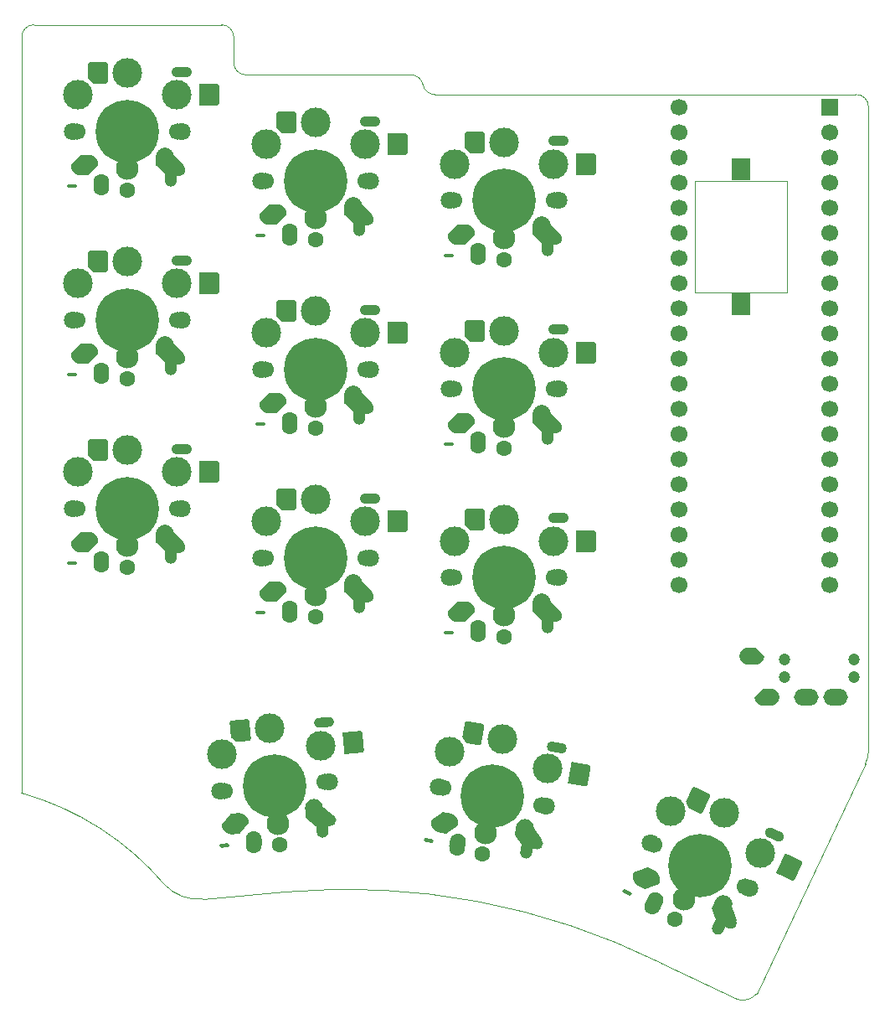
<source format=gbs>
%TF.GenerationSoftware,KiCad,Pcbnew,(7.0.0-0)*%
%TF.CreationDate,2023-05-01T13:28:00-07:00*%
%TF.ProjectId,cantor-master-key,63616e74-6f72-42d6-9d61-737465722d6b,rev1.0*%
%TF.SameCoordinates,PX78114e0PY44b6550*%
%TF.FileFunction,Soldermask,Bot*%
%TF.FilePolarity,Negative*%
%FSLAX46Y46*%
G04 Gerber Fmt 4.6, Leading zero omitted, Abs format (unit mm)*
G04 Created by KiCad (PCBNEW (7.0.0-0)) date 2023-05-01 13:28:00*
%MOMM*%
%LPD*%
G01*
G04 APERTURE LIST*
G04 Aperture macros list*
%AMHorizOval*
0 Thick line with rounded ends*
0 $1 width*
0 $2 $3 position (X,Y) of the first rounded end (center of the circle)*
0 $4 $5 position (X,Y) of the second rounded end (center of the circle)*
0 Add line between two ends*
20,1,$1,$2,$3,$4,$5,0*
0 Add two circle primitives to create the rounded ends*
1,1,$1,$2,$3*
1,1,$1,$4,$5*%
%AMFreePoly0*
4,1,28,-1.000000,0.000000,-0.988573,0.106283,-0.938839,0.239624,-0.853553,0.353553,-0.739624,0.438839,-0.606283,0.488573,-0.500000,0.500000,0.500000,0.500000,0.606283,0.488573,0.739624,0.438839,0.853553,0.353553,0.938839,0.239624,0.988573,0.106283,1.000000,0.000000,0.988573,-0.106283,0.938839,-0.239624,0.853553,-0.353553,0.739624,-0.438839,0.606283,-0.488573,0.500000,-0.500000,
-0.500000,-0.500000,-0.606283,-0.488573,-0.739624,-0.438839,-0.853553,-0.353553,-0.938839,-0.239624,-0.988573,-0.106283,-1.000000,0.000000,-1.000000,0.000000,-1.000000,0.000000,$1*%
%AMFreePoly1*
4,1,22,-1.400000,0.000000,-0.350000,1.050000,0.350000,1.050000,0.554845,1.029825,0.751818,0.970074,0.933349,0.873043,1.092462,0.742462,1.223043,0.583349,1.320074,0.401818,1.379825,0.204845,1.400000,0.000000,0.350000,-1.050000,-0.350000,-1.050000,-0.554845,-1.029825,-0.751818,-0.970074,-0.933349,-0.873043,-1.092462,-0.742462,-1.223043,-0.583349,-1.320074,-0.401818,-1.379825,-0.204845,
-1.400000,0.000000,-1.400000,0.000000,-1.400000,0.000000,$1*%
%AMFreePoly2*
4,1,28,-0.900000,0.000000,-0.888920,0.140791,-0.840222,0.322531,-0.754804,0.490175,-0.636396,0.636396,-0.490175,0.754804,-0.322531,0.840222,-0.140791,0.888920,0.000000,0.900000,0.900000,0.900000,0.900000,0.000000,0.888920,-0.140791,0.840222,-0.322531,0.754804,-0.490175,0.636396,-0.636396,0.490175,-0.754804,0.322531,-0.840222,0.140791,-0.888920,0.000000,-0.900000,-0.140791,-0.888920,
-0.322531,-0.840222,-0.490175,-0.754804,-0.636396,-0.636396,-0.754804,-0.490175,-0.840222,-0.322531,-0.888920,-0.140791,-0.900000,0.000000,-0.900000,0.000000,-0.900000,0.000000,$1*%
%AMFreePoly3*
4,1,22,-1.400000,0.000000,-1.379825,0.204845,-1.320074,0.401818,-1.223043,0.583349,-1.092462,0.742462,-0.933349,0.873043,-0.751818,0.970074,-0.554845,1.029825,-0.350000,1.050000,0.350000,1.050000,1.400000,0.000000,1.379825,-0.204845,1.320074,-0.401818,1.223043,-0.583349,1.092462,-0.742462,0.933349,-0.873043,0.751818,-0.970074,0.554845,-1.029825,0.350000,-1.050000,-0.350000,-1.050000,
-1.400000,0.000000,-1.400000,0.000000,-1.400000,0.000000,$1*%
%AMFreePoly4*
4,1,17,-0.900000,0.000000,-0.879555,0.155291,-0.819615,0.300000,-0.724264,0.424264,-0.600000,0.519615,-0.455291,0.579555,-0.300000,0.600000,0.900000,0.600000,0.900000,-0.600000,-0.300000,-0.600000,-0.455291,-0.579555,-0.600000,-0.519615,-0.724264,-0.424264,-0.819615,-0.300000,-0.879555,-0.155291,-0.900000,0.000000,-0.900000,0.000000,-0.900000,0.000000,$1*%
%AMFreePoly5*
4,1,13,-1.000000,1.100000,0.760000,1.100000,0.851844,1.081731,0.929706,1.029706,0.981731,0.951844,1.000000,0.860000,1.000000,-0.860000,0.981731,-0.951844,0.929706,-1.029706,0.851844,-1.081731,0.760000,-1.100000,-1.000000,-1.100000,-1.000000,1.100000,-1.000000,1.100000,$1*%
%AMFreePoly6*
4,1,18,-1.000000,0.860000,-0.981731,0.951844,-0.929706,1.029706,-0.851844,1.081731,-0.760000,1.100000,0.760000,1.100000,0.851844,1.081731,0.929706,1.029706,0.981731,0.951844,1.000000,0.860000,1.000000,-0.860000,0.981731,-0.951844,0.929706,-1.029706,0.851844,-1.081731,0.760000,-1.100000,-0.500000,-1.100000,-1.000000,-0.600000,-1.000000,0.860000,-1.000000,0.860000,$1*%
%AMFreePoly7*
4,1,21,-0.800000,0.675000,-0.725000,0.750000,0.725000,0.750000,0.800000,0.675000,0.800000,0.000000,0.784505,-0.151663,0.729731,-0.316964,0.638312,-0.465177,0.515177,-0.588312,0.366964,-0.679731,0.201663,-0.734505,0.050000,-0.750000,-0.050000,-0.750000,-0.201663,-0.734505,-0.366964,-0.679731,-0.515177,-0.588312,-0.638312,-0.465177,-0.729731,-0.316964,-0.784505,-0.151663,-0.800000,0.000000,
-0.800000,0.675000,-0.800000,0.675000,$1*%
%AMFreePoly8*
4,1,28,-0.850000,0.400000,0.000000,1.250000,0.114750,1.242219,0.293119,1.197860,0.457783,1.116195,0.601041,1.001041,0.716195,0.857783,0.797860,0.693119,0.842219,0.514750,0.850000,0.400000,0.850000,-0.400000,0.842219,-0.514750,0.797860,-0.693119,0.716195,-0.857783,0.601041,-1.001041,0.457783,-1.116195,0.293119,-1.197860,0.114750,-1.242219,0.000000,-1.250000,-0.114750,-1.242219,
-0.293119,-1.197860,-0.457783,-1.116195,-0.601041,-1.001041,-0.716195,-0.857783,-0.797860,-0.693119,-0.842219,-0.514750,-0.850000,-0.400000,-0.850000,0.400000,-0.850000,0.400000,$1*%
%AMFreePoly9*
4,1,28,-0.850000,0.400000,-0.842219,0.514750,-0.797860,0.693119,-0.716195,0.857783,-0.601041,1.001041,-0.457783,1.116195,-0.293119,1.197860,-0.114750,1.242219,0.000000,1.250000,0.114750,1.242219,0.293119,1.197860,0.457783,1.116195,0.601041,1.001041,0.716195,0.857783,0.797860,0.693119,0.842219,0.514750,0.850000,0.400000,0.850000,-0.400000,0.842219,-0.514750,0.797860,-0.693119,
0.716195,-0.857783,0.601041,-1.001041,0.457783,-1.116195,0.293119,-1.197860,0.114750,-1.242219,0.000000,-1.250000,-0.850000,-0.400000,-0.850000,0.400000,-0.850000,0.400000,$1*%
G04 Aperture macros list end*
%ADD10HorizOval,0.400000X0.299989X0.002618X-0.299989X-0.002618X0*%
%ADD11C,1.800000*%
%ADD12C,1.700000*%
%ADD13C,3.000000*%
%ADD14C,4.800000*%
%ADD15C,6.400000*%
%ADD16C,2.300000*%
%ADD17FreePoly0,0.500000*%
%ADD18FreePoly1,180.000000*%
%ADD19FreePoly2,180.000000*%
%ADD20FreePoly3,180.000000*%
%ADD21FreePoly4,90.000000*%
%ADD22O,1.800000X1.200000*%
%ADD23FreePoly5,0.000000*%
%ADD24FreePoly6,0.000000*%
%ADD25C,1.600000*%
%ADD26FreePoly7,180.000000*%
%ADD27HorizOval,0.400000X0.298619X0.028754X-0.298619X-0.028754X0*%
%ADD28FreePoly0,5.500000*%
%ADD29FreePoly1,185.000000*%
%ADD30FreePoly2,185.000000*%
%ADD31FreePoly3,185.000000*%
%ADD32FreePoly4,95.000000*%
%ADD33HorizOval,1.200000X0.298858X0.026147X-0.298858X-0.026147X0*%
%ADD34FreePoly5,5.000000*%
%ADD35FreePoly6,5.000000*%
%ADD36FreePoly7,185.000000*%
%ADD37C,1.200000*%
%ADD38FreePoly8,270.000000*%
%ADD39FreePoly9,270.000000*%
%ADD40O,2.500000X1.700000*%
%ADD41C,0.400000*%
%ADD42R,1.955800X2.311400*%
%ADD43HorizOval,0.400000X0.272988X-0.124408X-0.272988X0.124408X0*%
%ADD44FreePoly0,335.500000*%
%ADD45FreePoly1,155.000000*%
%ADD46FreePoly2,155.000000*%
%ADD47FreePoly3,155.000000*%
%ADD48FreePoly4,65.000000*%
%ADD49HorizOval,1.200000X0.271892X-0.126785X-0.271892X0.126785X0*%
%ADD50FreePoly5,335.000000*%
%ADD51FreePoly6,335.000000*%
%ADD52FreePoly7,155.000000*%
%ADD53R,1.700000X1.700000*%
%ADD54HorizOval,0.400000X0.295886X-0.049514X-0.295886X0.049514X0*%
%ADD55FreePoly0,350.500000*%
%ADD56FreePoly1,170.000000*%
%ADD57FreePoly2,170.000000*%
%ADD58FreePoly3,170.000000*%
%ADD59FreePoly4,80.000000*%
%ADD60HorizOval,1.200000X0.295442X-0.052094X-0.295442X0.052094X0*%
%ADD61FreePoly5,350.000000*%
%ADD62FreePoly6,350.000000*%
%ADD63FreePoly7,170.000000*%
%TA.AperFunction,Profile*%
%ADD64C,0.100000*%
%TD*%
%TA.AperFunction,Profile*%
%ADD65C,0.120000*%
%TD*%
G04 APERTURE END LIST*
D10*
%TO.C,K25*%
X32549999Y-31599999D03*
D11*
X32600000Y-26050000D03*
D12*
X33020000Y-26050000D03*
D13*
X33100000Y-22350000D03*
X38100000Y-20150000D03*
D14*
X38100000Y-26050000D03*
D15*
X38100000Y-26050000D03*
D16*
X38100000Y-29800000D03*
D13*
X43100000Y-22350000D03*
D12*
X43180000Y-26050000D03*
D11*
X43600000Y-26050000D03*
D17*
X43646072Y-20050016D03*
D18*
X33789999Y-29499999D03*
D19*
X41909999Y-28589999D03*
D20*
X42409999Y-29499999D03*
D21*
X42499999Y-30749999D03*
D22*
X43099999Y-29949999D03*
D23*
X46374999Y-22349999D03*
D24*
X35099999Y-20149999D03*
D25*
X35500000Y-31800000D03*
D26*
X35499999Y-31129999D03*
D25*
X38100000Y-32000000D03*
%TD*%
D10*
%TO.C,K24*%
X13499999Y-29599999D03*
D11*
X13550000Y-24050000D03*
D12*
X13970000Y-24050000D03*
D13*
X14050000Y-20350000D03*
X19050000Y-18150000D03*
D14*
X19050000Y-24050000D03*
D15*
X19050000Y-24050000D03*
D16*
X19050000Y-27800000D03*
D13*
X24050000Y-20350000D03*
D12*
X24130000Y-24050000D03*
D11*
X24550000Y-24050000D03*
D17*
X24596072Y-18050016D03*
D18*
X14739999Y-27499999D03*
D19*
X22859999Y-26589999D03*
D20*
X23359999Y-27499999D03*
D21*
X23449999Y-28749999D03*
D22*
X24049999Y-27949999D03*
D23*
X27324999Y-20349999D03*
D24*
X16049999Y-18149999D03*
D25*
X16450000Y-29800000D03*
D26*
X16449999Y-29129999D03*
D25*
X19050000Y-30000000D03*
%TD*%
D10*
%TO.C,K04*%
X13499999Y8499999D03*
D11*
X13550000Y14050000D03*
D12*
X13970000Y14050000D03*
D13*
X14050000Y17750000D03*
X19050000Y19950000D03*
D14*
X19050000Y14050000D03*
D15*
X19050000Y14050000D03*
D16*
X19050000Y10300000D03*
D13*
X24050000Y17750000D03*
D12*
X24130000Y14050000D03*
D11*
X24550000Y14050000D03*
D17*
X24596072Y20049982D03*
D18*
X14739999Y10599999D03*
D19*
X22859999Y11509999D03*
D20*
X23359999Y10599999D03*
D21*
X23449999Y9349999D03*
D22*
X24049999Y10149999D03*
D23*
X27324999Y17749999D03*
D24*
X16049999Y19949999D03*
D25*
X16450000Y8300000D03*
D26*
X16449999Y8969999D03*
D25*
X19050000Y8100000D03*
%TD*%
D27*
%TO.C,K30*%
X9854833Y-53162594D03*
D11*
X9420929Y-47629357D03*
D12*
X9839331Y-47592751D03*
D13*
X9596550Y-43899858D03*
X14385781Y-41272451D03*
D14*
X14900000Y-47150000D03*
D15*
X14900000Y-47150000D03*
D16*
X15226834Y-50885730D03*
D13*
X19558497Y-43028301D03*
D12*
X19960669Y-46707249D03*
D11*
X20379071Y-46670643D03*
D28*
X19902034Y-40689476D03*
D29*
X10907087Y-50962512D03*
D30*
X18916876Y-49348270D03*
D31*
X19494286Y-50211230D03*
D32*
X19692888Y-51448629D03*
D33*
X20220880Y-50599380D03*
D34*
X22821034Y-42742865D03*
D35*
X11397196Y-41533918D03*
D25*
X12811039Y-53104724D03*
D36*
X12752644Y-52437273D03*
D25*
X15418577Y-53077358D03*
%TD*%
D10*
%TO.C,K14*%
X13499999Y-10549999D03*
D11*
X13550000Y-5000000D03*
D12*
X13970000Y-5000000D03*
D13*
X14050000Y-1300000D03*
X19050000Y900000D03*
D14*
X19050000Y-5000000D03*
D15*
X19050000Y-5000000D03*
D16*
X19050000Y-8750000D03*
D13*
X24050000Y-1300000D03*
D12*
X24130000Y-5000000D03*
D11*
X24550000Y-5000000D03*
D17*
X24596072Y999982D03*
D18*
X14739999Y-8449999D03*
D19*
X22859999Y-7539999D03*
D20*
X23359999Y-8449999D03*
D21*
X23449999Y-9699999D03*
D22*
X24049999Y-8899999D03*
D23*
X27324999Y-1299999D03*
D24*
X16049999Y899999D03*
D25*
X16450000Y-10750000D03*
D26*
X16449999Y-10079999D03*
D25*
X19050000Y-10950000D03*
%TD*%
D10*
%TO.C,K23*%
X-5549999Y-24599999D03*
D11*
X-5500000Y-19050000D03*
D12*
X-5080000Y-19050000D03*
D13*
X-5000000Y-15350000D03*
X0Y-13150000D03*
D14*
X0Y-19050000D03*
D15*
X0Y-19050000D03*
D16*
X0Y-22800000D03*
D13*
X5000000Y-15350000D03*
D12*
X5080000Y-19050000D03*
D11*
X5500000Y-19050000D03*
D17*
X5546072Y-13050016D03*
D18*
X-4309999Y-22499999D03*
D19*
X3809999Y-21589999D03*
D20*
X4309999Y-22499999D03*
D21*
X4399999Y-23749999D03*
D22*
X4999999Y-22949999D03*
D23*
X8274999Y-15349999D03*
D24*
X-2999999Y-13149999D03*
D25*
X-2600000Y-24800000D03*
D26*
X-2599999Y-24129999D03*
D25*
X0Y-25000000D03*
%TD*%
D10*
%TO.C,K03*%
X-5549999Y13499999D03*
D11*
X-5500000Y19050000D03*
D12*
X-5080000Y19050000D03*
D13*
X-5000000Y22750000D03*
X0Y24950000D03*
D14*
X0Y19050000D03*
D15*
X0Y19050000D03*
D16*
X0Y15300000D03*
D13*
X5000000Y22750000D03*
D12*
X5080000Y19050000D03*
D11*
X5500000Y19050000D03*
D17*
X5546072Y25049982D03*
D18*
X-4309999Y15599999D03*
D19*
X3809999Y16509999D03*
D20*
X4309999Y15599999D03*
D21*
X4399999Y14349999D03*
D22*
X4999999Y15149999D03*
D23*
X8274999Y22749999D03*
D24*
X-2999999Y24949999D03*
D25*
X-2600000Y13300000D03*
D26*
X-2599999Y13969999D03*
D25*
X0Y13100000D03*
%TD*%
D37*
%TO.C,J1*%
X73460000Y-34320000D03*
X66460000Y-34320000D03*
X73460000Y-36070000D03*
X66460000Y-36070000D03*
D38*
X63159999Y-33969999D03*
D39*
X64659999Y-38169999D03*
D40*
X68659999Y-38169999D03*
X71659999Y-38169999D03*
%TD*%
D41*
%TO.C,LS1*%
X62085000Y15189000D03*
D42*
X62084999Y15188999D03*
D41*
X62085000Y1600000D03*
D42*
X62084999Y1599999D03*
%TD*%
D10*
%TO.C,K15*%
X32549999Y-12549999D03*
D11*
X32600000Y-7000000D03*
D12*
X33020000Y-7000000D03*
D13*
X33100000Y-3300000D03*
X38100000Y-1100000D03*
D14*
X38100000Y-7000000D03*
D15*
X38100000Y-7000000D03*
D16*
X38100000Y-10750000D03*
D13*
X43100000Y-3300000D03*
D12*
X43180000Y-7000000D03*
D11*
X43600000Y-7000000D03*
D17*
X43646072Y-1000016D03*
D18*
X33789999Y-10449999D03*
D19*
X41909999Y-9539999D03*
D20*
X42409999Y-10449999D03*
D21*
X42499999Y-11699999D03*
D22*
X43099999Y-10899999D03*
D23*
X46374999Y-3299999D03*
D24*
X35099999Y-1099999D03*
D25*
X35500000Y-12750000D03*
D26*
X35499999Y-12079999D03*
D25*
X38100000Y-12950000D03*
%TD*%
D43*
%TO.C,K32*%
X50524459Y-57834476D03*
D11*
X52915307Y-52825600D03*
D12*
X53295956Y-53003099D03*
D13*
X54932149Y-49683570D03*
X60393448Y-49802784D03*
D14*
X57900000Y-55150000D03*
D15*
X57900000Y-55150000D03*
D16*
X56315182Y-58548654D03*
D13*
X63995227Y-53909752D03*
D12*
X62504044Y-57296901D03*
D11*
X62884693Y-57474400D03*
D44*
X65462151Y-52056039D03*
D45*
X52535779Y-56455276D03*
D46*
X60279581Y-59062196D03*
D47*
X60348152Y-60098246D03*
D48*
X59901447Y-61269166D03*
D49*
X60783327Y-60797691D03*
D50*
X66963384Y-55293826D03*
D51*
X57674523Y-48534928D03*
D25*
X53113545Y-59262462D03*
D52*
X53396698Y-58655235D03*
D25*
X55385421Y-60542531D03*
%TD*%
D53*
%TO.C,U1*%
X71034999Y21449999D03*
D12*
X71035000Y18910000D03*
X71035000Y16370000D03*
X71035000Y13830000D03*
X71035000Y11290000D03*
X71035000Y8750000D03*
X71035000Y6210000D03*
X71035000Y3670000D03*
X71035000Y1130000D03*
X71035000Y-1410000D03*
X71035000Y-3950000D03*
X71035000Y-6490000D03*
X71035000Y-9030000D03*
X71035000Y-11570000D03*
X71035000Y-14110000D03*
X71035000Y-16650000D03*
X71035000Y-19190000D03*
X71035000Y-21730000D03*
X71035000Y-24270000D03*
X71035000Y-26810000D03*
X55795000Y-26810000D03*
X55795000Y-24270000D03*
X55795000Y-21730000D03*
X55795000Y-19190000D03*
X55795000Y-16650000D03*
X55795000Y-14110000D03*
X55795000Y-11570000D03*
X55795000Y-9030000D03*
X55795000Y-6490000D03*
X55795000Y-3950000D03*
X55795000Y-1410000D03*
X55795000Y1130000D03*
X55795000Y3670000D03*
X55795000Y6210000D03*
X55795000Y8750000D03*
X55795000Y11290000D03*
X55795000Y13830000D03*
X55795000Y16370000D03*
X55795000Y18910000D03*
X55795000Y21450000D03*
%TD*%
D10*
%TO.C,K05*%
X32549999Y6499999D03*
D11*
X32600000Y12050000D03*
D12*
X33020000Y12050000D03*
D13*
X33100000Y15750000D03*
X38100000Y17950000D03*
D14*
X38100000Y12050000D03*
D15*
X38100000Y12050000D03*
D16*
X38100000Y8300000D03*
D13*
X43100000Y15750000D03*
D12*
X43180000Y12050000D03*
D11*
X43600000Y12050000D03*
D17*
X43646072Y18049982D03*
D18*
X33789999Y8599999D03*
D19*
X41909999Y9509999D03*
D20*
X42409999Y8599999D03*
D21*
X42499999Y7349999D03*
D22*
X43099999Y8149999D03*
D23*
X46374999Y15749999D03*
D24*
X35099999Y17949999D03*
D25*
X35500000Y6300000D03*
D26*
X35499999Y6969999D03*
D25*
X38100000Y6100000D03*
%TD*%
D10*
%TO.C,K13*%
X-5549999Y-5549999D03*
D11*
X-5500000Y0D03*
D12*
X-5080000Y0D03*
D13*
X-5000000Y3700000D03*
X0Y5900000D03*
D14*
X0Y0D03*
D15*
X0Y0D03*
D16*
X0Y-3750000D03*
D13*
X5000000Y3700000D03*
D12*
X5080000Y0D03*
D11*
X5500000Y0D03*
D17*
X5546072Y5999982D03*
D18*
X-4309999Y-3449999D03*
D19*
X3809999Y-2539999D03*
D20*
X4309999Y-3449999D03*
D21*
X4399999Y-4699999D03*
D22*
X4999999Y-3899999D03*
D23*
X8274999Y3699999D03*
D24*
X-2999999Y5899999D03*
D25*
X-2600000Y-5750000D03*
D26*
X-2599999Y-5079999D03*
D25*
X0Y-5950000D03*
%TD*%
D54*
%TO.C,K31*%
X30470569Y-52651935D03*
D11*
X31483557Y-47194935D03*
D12*
X31897177Y-47267867D03*
D13*
X32618459Y-43637970D03*
X37924524Y-42339634D03*
D14*
X36900000Y-48150000D03*
D15*
X36900000Y-48150000D03*
D16*
X36248819Y-51843029D03*
D13*
X42466537Y-45374452D03*
D12*
X41902823Y-49032133D03*
D11*
X42316443Y-49105065D03*
D55*
X43403700Y-43204234D03*
D56*
X32056392Y-50799162D03*
D57*
X40211050Y-51313010D03*
D58*
X40545435Y-52296009D03*
D59*
X40417007Y-53542647D03*
D60*
X41146810Y-52858990D03*
D61*
X45691781Y-45943149D03*
D62*
X34970100Y-41818689D03*
D25*
X33341023Y-53361159D03*
D63*
X33457367Y-52701337D03*
D25*
X35866793Y-54009606D03*
%TD*%
D64*
X3789999Y-57090001D02*
G75*
G03*
X-10673448Y-47830000I-22363720J-19005078D01*
G01*
X63630000Y-68110000D02*
X74635831Y-44865940D01*
X3789970Y-57090029D02*
G75*
G03*
X7610000Y-58539999I3440030J3305929D01*
G01*
X29900001Y23770000D02*
G75*
G03*
X31110000Y22759999I1209999J219800D01*
G01*
X73670000Y22760000D02*
X31110000Y22760000D01*
X-10673448Y28570000D02*
X-10673448Y-47830000D01*
X-9436896Y29806552D02*
X9530000Y29806552D01*
X12003104Y24750000D02*
X28690000Y24750000D01*
X74960028Y21510000D02*
G75*
G03*
X73670000Y22759999I-1241028J9900D01*
G01*
X74635824Y-44865936D02*
G75*
G03*
X74959999Y-43570000I-2650524J1351536D01*
G01*
X10766552Y28570000D02*
X10766552Y25980000D01*
X15940000Y-57820000D02*
X7610000Y-58540000D01*
X53910000Y-64960000D02*
X61613868Y-68641488D01*
X29900008Y23770002D02*
G75*
G03*
X28690000Y24750000I-1210008J-257002D01*
G01*
X10766583Y25980000D02*
G75*
G03*
X12003104Y24750000I1230017J0D01*
G01*
X-9436896Y29806548D02*
G75*
G03*
X-10673448Y28570000I-4J-1236548D01*
G01*
X10766552Y28570000D02*
G75*
G03*
X9530000Y29806552I-1236552J0D01*
G01*
X74960000Y-43570000D02*
X74960000Y21510000D01*
X61613883Y-68641447D02*
G75*
G03*
X63629999Y-68109999I623117J1726047D01*
G01*
X53910001Y-64959998D02*
G75*
G03*
X15940000Y-57820000I-31697901J-64036302D01*
G01*
D65*
%TO.C,LS1*%
X66735000Y14044500D02*
X57435000Y14044500D01*
X57435000Y14044500D02*
X57435000Y2744500D01*
X57435000Y2744500D02*
X66735000Y2744500D01*
X66735000Y2744500D02*
X66735000Y14044500D01*
%TD*%
M02*

</source>
